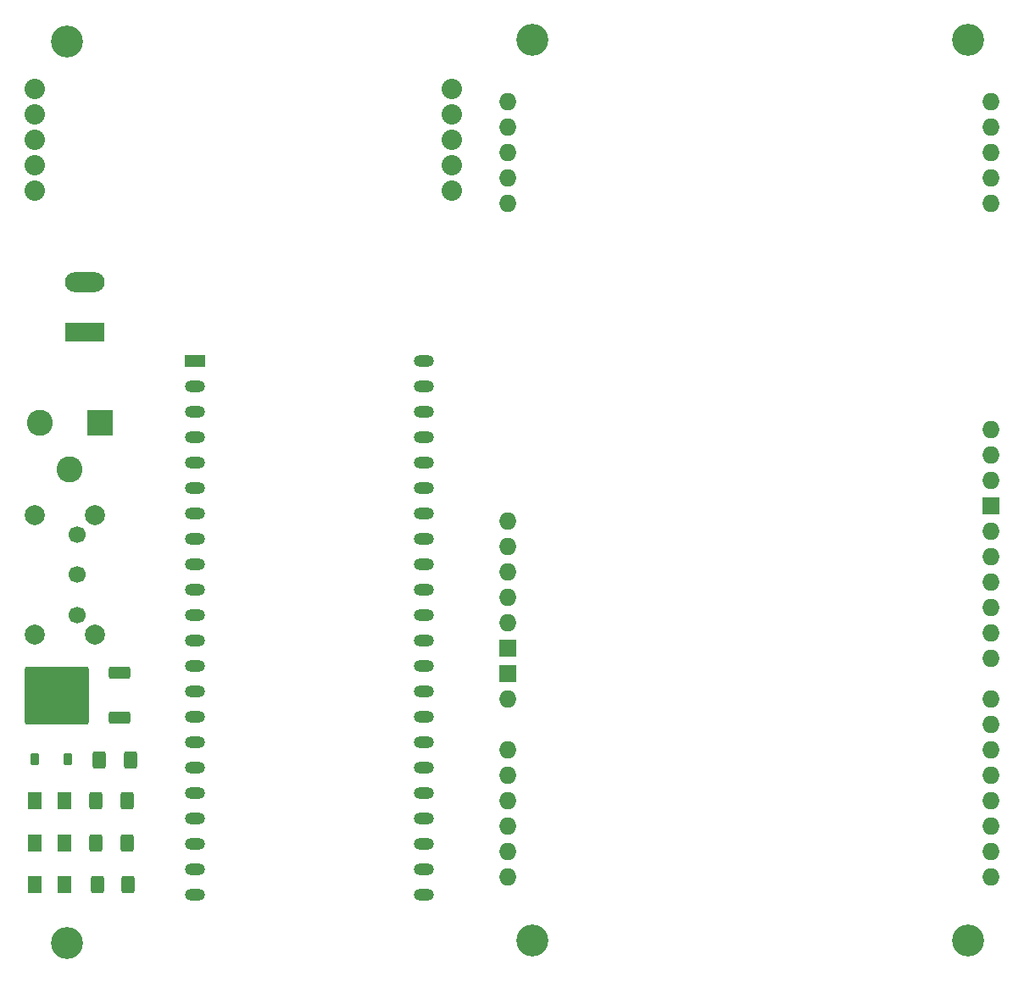
<source format=gts>
%TF.GenerationSoftware,KiCad,Pcbnew,8.0.0*%
%TF.CreationDate,2024-05-08T18:58:49-04:00*%
%TF.ProjectId,myBaseBoardDesign,6d794261-7365-4426-9f61-726444657369,rev?*%
%TF.SameCoordinates,Original*%
%TF.FileFunction,Soldermask,Top*%
%TF.FilePolarity,Negative*%
%FSLAX46Y46*%
G04 Gerber Fmt 4.6, Leading zero omitted, Abs format (unit mm)*
G04 Created by KiCad (PCBNEW 8.0.0) date 2024-05-08 18:58:49*
%MOMM*%
%LPD*%
G01*
G04 APERTURE LIST*
G04 Aperture macros list*
%AMRoundRect*
0 Rectangle with rounded corners*
0 $1 Rounding radius*
0 $2 $3 $4 $5 $6 $7 $8 $9 X,Y pos of 4 corners*
0 Add a 4 corners polygon primitive as box body*
4,1,4,$2,$3,$4,$5,$6,$7,$8,$9,$2,$3,0*
0 Add four circle primitives for the rounded corners*
1,1,$1+$1,$2,$3*
1,1,$1+$1,$4,$5*
1,1,$1+$1,$6,$7*
1,1,$1+$1,$8,$9*
0 Add four rect primitives between the rounded corners*
20,1,$1+$1,$2,$3,$4,$5,0*
20,1,$1+$1,$4,$5,$6,$7,0*
20,1,$1+$1,$6,$7,$8,$9,0*
20,1,$1+$1,$8,$9,$2,$3,0*%
G04 Aperture macros list end*
%ADD10RoundRect,0.250000X-0.400000X-0.625000X0.400000X-0.625000X0.400000X0.625000X-0.400000X0.625000X0*%
%ADD11RoundRect,0.250000X0.850000X0.350000X-0.850000X0.350000X-0.850000X-0.350000X0.850000X-0.350000X0*%
%ADD12RoundRect,0.249997X2.950003X2.650003X-2.950003X2.650003X-2.950003X-2.650003X2.950003X-2.650003X0*%
%ADD13C,3.200000*%
%ADD14O,1.727200X1.727200*%
%ADD15R,1.727200X1.727200*%
%ADD16C,2.032000*%
%ADD17R,3.960000X1.980000*%
%ADD18O,3.960000X1.980000*%
%ADD19RoundRect,0.250000X0.400000X0.625000X-0.400000X0.625000X-0.400000X-0.625000X0.400000X-0.625000X0*%
%ADD20RoundRect,0.225000X-0.225000X-0.375000X0.225000X-0.375000X0.225000X0.375000X-0.225000X0.375000X0*%
%ADD21RoundRect,0.250001X-0.462499X-0.624999X0.462499X-0.624999X0.462499X0.624999X-0.462499X0.624999X0*%
%ADD22C,2.000000*%
%ADD23C,1.700000*%
%ADD24R,2.000000X1.200000*%
%ADD25O,2.000000X1.200000*%
%ADD26R,2.600000X2.600000*%
%ADD27C,2.600000*%
G04 APERTURE END LIST*
D10*
%TO.C,R1*%
X80974000Y-127508000D03*
X84074000Y-127508000D03*
%TD*%
D11*
%TO.C,Q2*%
X82984000Y-123310000D03*
D12*
X76684000Y-121030000D03*
D11*
X82984000Y-118750000D03*
%TD*%
D13*
%TO.C,J1*%
X77750000Y-55690000D03*
X77750000Y-145750000D03*
X124250000Y-55500000D03*
X124250000Y-145500000D03*
X167750000Y-55500000D03*
X167750000Y-145500000D03*
D14*
X121790000Y-61680000D03*
X121790000Y-139150000D03*
X170050000Y-134070000D03*
X170050000Y-131530000D03*
X170050000Y-128990000D03*
X170050000Y-126450000D03*
X170050000Y-123910000D03*
X170050000Y-121370000D03*
X170050000Y-117306000D03*
X170050000Y-114766000D03*
X170050000Y-112226000D03*
X170050000Y-109686000D03*
X170050000Y-107146000D03*
X170050000Y-104606000D03*
X121790000Y-126450000D03*
X121790000Y-128990000D03*
X121790000Y-131530000D03*
X121790000Y-134070000D03*
X121790000Y-136610000D03*
X170050000Y-69300000D03*
X121790000Y-121370000D03*
D15*
X121790000Y-118830000D03*
X121790000Y-116290000D03*
D14*
X121790000Y-113750000D03*
X121790000Y-111210000D03*
X121790000Y-108670000D03*
X121790000Y-106130000D03*
X121790000Y-103590000D03*
D15*
X170050000Y-102066000D03*
D14*
X170050000Y-99526000D03*
X121790000Y-71840000D03*
X121790000Y-69300000D03*
X121790000Y-66760000D03*
X121790000Y-64220000D03*
X170050000Y-64220000D03*
X170050000Y-139150000D03*
X170050000Y-136610000D03*
X170050000Y-61680000D03*
X170050000Y-66760000D03*
X170050000Y-71840000D03*
X170050000Y-96986000D03*
X170050000Y-94446000D03*
D16*
X74550000Y-60460000D03*
X74550000Y-63000000D03*
X74550000Y-65540000D03*
X74550000Y-68080000D03*
X74550000Y-70620000D03*
X116165000Y-70620000D03*
X116165000Y-68080000D03*
X116165000Y-65540000D03*
X116165000Y-63000000D03*
X116165000Y-60460000D03*
%TD*%
D17*
%TO.C,J4*%
X79500000Y-84765000D03*
D18*
X79500000Y-79765000D03*
%TD*%
D19*
%TO.C,R4*%
X83719000Y-135763000D03*
X80619000Y-135763000D03*
%TD*%
D20*
%TO.C,D1*%
X74551000Y-127381000D03*
X77851000Y-127381000D03*
%TD*%
D21*
%TO.C,D3*%
X74484500Y-139954000D03*
X77459500Y-139954000D03*
%TD*%
D22*
%TO.C,SW1*%
X80500000Y-103000000D03*
X74500000Y-103000000D03*
X80500000Y-115000000D03*
X74500000Y-115000000D03*
D23*
X78750000Y-105000000D03*
X78750000Y-109000000D03*
X78750000Y-113000000D03*
%TD*%
D21*
%TO.C,D4*%
X74484500Y-135763000D03*
X77459500Y-135763000D03*
%TD*%
%TO.C,D2*%
X74495000Y-131572000D03*
X77470000Y-131572000D03*
%TD*%
D24*
%TO.C,U1*%
X90500000Y-87640000D03*
D25*
X90500000Y-90180000D03*
X90500000Y-92720000D03*
X90500000Y-95260000D03*
X90500000Y-97800000D03*
X90500000Y-100340000D03*
X90500000Y-102880000D03*
X90500000Y-105420000D03*
X90500000Y-107960000D03*
X90500000Y-110500000D03*
X90500000Y-113040000D03*
X90500000Y-115580000D03*
X90500000Y-118120000D03*
X90500000Y-120660000D03*
X90500000Y-123200000D03*
X90500000Y-125740000D03*
X90500000Y-128280000D03*
X90500000Y-130820000D03*
X90500000Y-133360000D03*
X90496320Y-135897280D03*
X90496320Y-138437280D03*
X90496320Y-140977280D03*
X113360000Y-140980000D03*
X113360000Y-138440000D03*
X113360000Y-135900000D03*
X113360000Y-133360000D03*
X113360000Y-130820000D03*
X113360000Y-128280000D03*
X113360000Y-125740000D03*
X113360000Y-123200000D03*
X113360000Y-120660000D03*
X113360000Y-118120000D03*
X113360000Y-115580000D03*
X113360000Y-113040000D03*
X113360000Y-110500000D03*
X113360000Y-107960000D03*
X113360000Y-105420000D03*
X113360000Y-102880000D03*
X113360000Y-100340000D03*
X113360000Y-97800000D03*
X113360000Y-95260000D03*
X113360000Y-92720000D03*
X113360000Y-90180000D03*
X113360000Y-87640000D03*
%TD*%
D19*
%TO.C,R2*%
X83719000Y-131572000D03*
X80619000Y-131572000D03*
%TD*%
%TO.C,R3*%
X83846000Y-139954000D03*
X80746000Y-139954000D03*
%TD*%
D26*
%TO.C,J2*%
X81000000Y-93800000D03*
D27*
X75000000Y-93800000D03*
X78000000Y-98500000D03*
%TD*%
M02*

</source>
